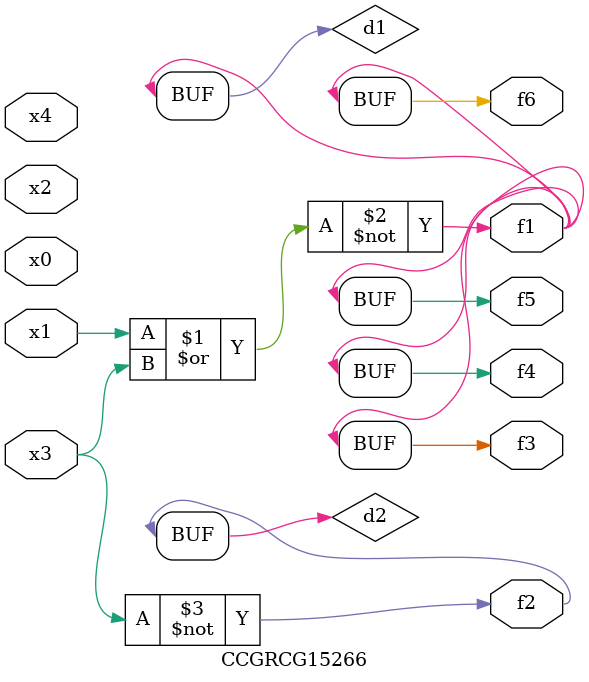
<source format=v>
module CCGRCG15266(
	input x0, x1, x2, x3, x4,
	output f1, f2, f3, f4, f5, f6
);

	wire d1, d2;

	nor (d1, x1, x3);
	not (d2, x3);
	assign f1 = d1;
	assign f2 = d2;
	assign f3 = d1;
	assign f4 = d1;
	assign f5 = d1;
	assign f6 = d1;
endmodule

</source>
